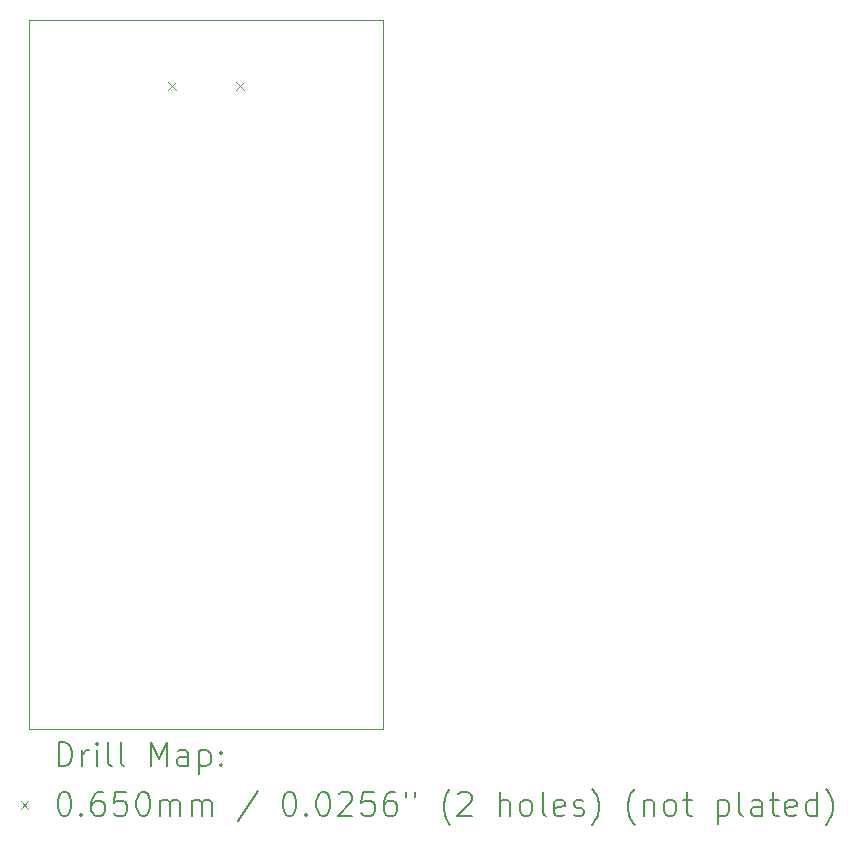
<source format=gbr>
%TF.GenerationSoftware,KiCad,Pcbnew,(6.0.9)*%
%TF.CreationDate,2022-12-02T14:17:12-08:00*%
%TF.ProjectId,controller,636f6e74-726f-46c6-9c65-722e6b696361,1*%
%TF.SameCoordinates,Original*%
%TF.FileFunction,Drillmap*%
%TF.FilePolarity,Positive*%
%FSLAX45Y45*%
G04 Gerber Fmt 4.5, Leading zero omitted, Abs format (unit mm)*
G04 Created by KiCad (PCBNEW (6.0.9)) date 2022-12-02 14:17:12*
%MOMM*%
%LPD*%
G01*
G04 APERTURE LIST*
%ADD10C,0.100000*%
%ADD11C,0.200000*%
%ADD12C,0.065000*%
G04 APERTURE END LIST*
D10*
X11000000Y-7000000D02*
X14000000Y-7000000D01*
X14000000Y-7000000D02*
X14000000Y-13000000D01*
X14000000Y-13000000D02*
X11000000Y-13000000D01*
X11000000Y-13000000D02*
X11000000Y-7000000D01*
D11*
D12*
X12178500Y-7527500D02*
X12243500Y-7592500D01*
X12243500Y-7527500D02*
X12178500Y-7592500D01*
X12756500Y-7527500D02*
X12821500Y-7592500D01*
X12821500Y-7527500D02*
X12756500Y-7592500D01*
D11*
X11252619Y-13315476D02*
X11252619Y-13115476D01*
X11300238Y-13115476D01*
X11328809Y-13125000D01*
X11347857Y-13144048D01*
X11357381Y-13163095D01*
X11366905Y-13201190D01*
X11366905Y-13229762D01*
X11357381Y-13267857D01*
X11347857Y-13286905D01*
X11328809Y-13305952D01*
X11300238Y-13315476D01*
X11252619Y-13315476D01*
X11452619Y-13315476D02*
X11452619Y-13182143D01*
X11452619Y-13220238D02*
X11462143Y-13201190D01*
X11471667Y-13191667D01*
X11490714Y-13182143D01*
X11509762Y-13182143D01*
X11576428Y-13315476D02*
X11576428Y-13182143D01*
X11576428Y-13115476D02*
X11566905Y-13125000D01*
X11576428Y-13134524D01*
X11585952Y-13125000D01*
X11576428Y-13115476D01*
X11576428Y-13134524D01*
X11700238Y-13315476D02*
X11681190Y-13305952D01*
X11671667Y-13286905D01*
X11671667Y-13115476D01*
X11805000Y-13315476D02*
X11785952Y-13305952D01*
X11776428Y-13286905D01*
X11776428Y-13115476D01*
X12033571Y-13315476D02*
X12033571Y-13115476D01*
X12100238Y-13258333D01*
X12166905Y-13115476D01*
X12166905Y-13315476D01*
X12347857Y-13315476D02*
X12347857Y-13210714D01*
X12338333Y-13191667D01*
X12319286Y-13182143D01*
X12281190Y-13182143D01*
X12262143Y-13191667D01*
X12347857Y-13305952D02*
X12328809Y-13315476D01*
X12281190Y-13315476D01*
X12262143Y-13305952D01*
X12252619Y-13286905D01*
X12252619Y-13267857D01*
X12262143Y-13248809D01*
X12281190Y-13239286D01*
X12328809Y-13239286D01*
X12347857Y-13229762D01*
X12443095Y-13182143D02*
X12443095Y-13382143D01*
X12443095Y-13191667D02*
X12462143Y-13182143D01*
X12500238Y-13182143D01*
X12519286Y-13191667D01*
X12528809Y-13201190D01*
X12538333Y-13220238D01*
X12538333Y-13277381D01*
X12528809Y-13296428D01*
X12519286Y-13305952D01*
X12500238Y-13315476D01*
X12462143Y-13315476D01*
X12443095Y-13305952D01*
X12624048Y-13296428D02*
X12633571Y-13305952D01*
X12624048Y-13315476D01*
X12614524Y-13305952D01*
X12624048Y-13296428D01*
X12624048Y-13315476D01*
X12624048Y-13191667D02*
X12633571Y-13201190D01*
X12624048Y-13210714D01*
X12614524Y-13201190D01*
X12624048Y-13191667D01*
X12624048Y-13210714D01*
D12*
X10930000Y-13612500D02*
X10995000Y-13677500D01*
X10995000Y-13612500D02*
X10930000Y-13677500D01*
D11*
X11290714Y-13535476D02*
X11309762Y-13535476D01*
X11328809Y-13545000D01*
X11338333Y-13554524D01*
X11347857Y-13573571D01*
X11357381Y-13611667D01*
X11357381Y-13659286D01*
X11347857Y-13697381D01*
X11338333Y-13716428D01*
X11328809Y-13725952D01*
X11309762Y-13735476D01*
X11290714Y-13735476D01*
X11271667Y-13725952D01*
X11262143Y-13716428D01*
X11252619Y-13697381D01*
X11243095Y-13659286D01*
X11243095Y-13611667D01*
X11252619Y-13573571D01*
X11262143Y-13554524D01*
X11271667Y-13545000D01*
X11290714Y-13535476D01*
X11443095Y-13716428D02*
X11452619Y-13725952D01*
X11443095Y-13735476D01*
X11433571Y-13725952D01*
X11443095Y-13716428D01*
X11443095Y-13735476D01*
X11624048Y-13535476D02*
X11585952Y-13535476D01*
X11566905Y-13545000D01*
X11557381Y-13554524D01*
X11538333Y-13583095D01*
X11528809Y-13621190D01*
X11528809Y-13697381D01*
X11538333Y-13716428D01*
X11547857Y-13725952D01*
X11566905Y-13735476D01*
X11605000Y-13735476D01*
X11624048Y-13725952D01*
X11633571Y-13716428D01*
X11643095Y-13697381D01*
X11643095Y-13649762D01*
X11633571Y-13630714D01*
X11624048Y-13621190D01*
X11605000Y-13611667D01*
X11566905Y-13611667D01*
X11547857Y-13621190D01*
X11538333Y-13630714D01*
X11528809Y-13649762D01*
X11824048Y-13535476D02*
X11728809Y-13535476D01*
X11719286Y-13630714D01*
X11728809Y-13621190D01*
X11747857Y-13611667D01*
X11795476Y-13611667D01*
X11814524Y-13621190D01*
X11824048Y-13630714D01*
X11833571Y-13649762D01*
X11833571Y-13697381D01*
X11824048Y-13716428D01*
X11814524Y-13725952D01*
X11795476Y-13735476D01*
X11747857Y-13735476D01*
X11728809Y-13725952D01*
X11719286Y-13716428D01*
X11957381Y-13535476D02*
X11976428Y-13535476D01*
X11995476Y-13545000D01*
X12005000Y-13554524D01*
X12014524Y-13573571D01*
X12024048Y-13611667D01*
X12024048Y-13659286D01*
X12014524Y-13697381D01*
X12005000Y-13716428D01*
X11995476Y-13725952D01*
X11976428Y-13735476D01*
X11957381Y-13735476D01*
X11938333Y-13725952D01*
X11928809Y-13716428D01*
X11919286Y-13697381D01*
X11909762Y-13659286D01*
X11909762Y-13611667D01*
X11919286Y-13573571D01*
X11928809Y-13554524D01*
X11938333Y-13545000D01*
X11957381Y-13535476D01*
X12109762Y-13735476D02*
X12109762Y-13602143D01*
X12109762Y-13621190D02*
X12119286Y-13611667D01*
X12138333Y-13602143D01*
X12166905Y-13602143D01*
X12185952Y-13611667D01*
X12195476Y-13630714D01*
X12195476Y-13735476D01*
X12195476Y-13630714D02*
X12205000Y-13611667D01*
X12224048Y-13602143D01*
X12252619Y-13602143D01*
X12271667Y-13611667D01*
X12281190Y-13630714D01*
X12281190Y-13735476D01*
X12376428Y-13735476D02*
X12376428Y-13602143D01*
X12376428Y-13621190D02*
X12385952Y-13611667D01*
X12405000Y-13602143D01*
X12433571Y-13602143D01*
X12452619Y-13611667D01*
X12462143Y-13630714D01*
X12462143Y-13735476D01*
X12462143Y-13630714D02*
X12471667Y-13611667D01*
X12490714Y-13602143D01*
X12519286Y-13602143D01*
X12538333Y-13611667D01*
X12547857Y-13630714D01*
X12547857Y-13735476D01*
X12938333Y-13525952D02*
X12766905Y-13783095D01*
X13195476Y-13535476D02*
X13214524Y-13535476D01*
X13233571Y-13545000D01*
X13243095Y-13554524D01*
X13252619Y-13573571D01*
X13262143Y-13611667D01*
X13262143Y-13659286D01*
X13252619Y-13697381D01*
X13243095Y-13716428D01*
X13233571Y-13725952D01*
X13214524Y-13735476D01*
X13195476Y-13735476D01*
X13176428Y-13725952D01*
X13166905Y-13716428D01*
X13157381Y-13697381D01*
X13147857Y-13659286D01*
X13147857Y-13611667D01*
X13157381Y-13573571D01*
X13166905Y-13554524D01*
X13176428Y-13545000D01*
X13195476Y-13535476D01*
X13347857Y-13716428D02*
X13357381Y-13725952D01*
X13347857Y-13735476D01*
X13338333Y-13725952D01*
X13347857Y-13716428D01*
X13347857Y-13735476D01*
X13481190Y-13535476D02*
X13500238Y-13535476D01*
X13519286Y-13545000D01*
X13528809Y-13554524D01*
X13538333Y-13573571D01*
X13547857Y-13611667D01*
X13547857Y-13659286D01*
X13538333Y-13697381D01*
X13528809Y-13716428D01*
X13519286Y-13725952D01*
X13500238Y-13735476D01*
X13481190Y-13735476D01*
X13462143Y-13725952D01*
X13452619Y-13716428D01*
X13443095Y-13697381D01*
X13433571Y-13659286D01*
X13433571Y-13611667D01*
X13443095Y-13573571D01*
X13452619Y-13554524D01*
X13462143Y-13545000D01*
X13481190Y-13535476D01*
X13624048Y-13554524D02*
X13633571Y-13545000D01*
X13652619Y-13535476D01*
X13700238Y-13535476D01*
X13719286Y-13545000D01*
X13728809Y-13554524D01*
X13738333Y-13573571D01*
X13738333Y-13592619D01*
X13728809Y-13621190D01*
X13614524Y-13735476D01*
X13738333Y-13735476D01*
X13919286Y-13535476D02*
X13824048Y-13535476D01*
X13814524Y-13630714D01*
X13824048Y-13621190D01*
X13843095Y-13611667D01*
X13890714Y-13611667D01*
X13909762Y-13621190D01*
X13919286Y-13630714D01*
X13928809Y-13649762D01*
X13928809Y-13697381D01*
X13919286Y-13716428D01*
X13909762Y-13725952D01*
X13890714Y-13735476D01*
X13843095Y-13735476D01*
X13824048Y-13725952D01*
X13814524Y-13716428D01*
X14100238Y-13535476D02*
X14062143Y-13535476D01*
X14043095Y-13545000D01*
X14033571Y-13554524D01*
X14014524Y-13583095D01*
X14005000Y-13621190D01*
X14005000Y-13697381D01*
X14014524Y-13716428D01*
X14024048Y-13725952D01*
X14043095Y-13735476D01*
X14081190Y-13735476D01*
X14100238Y-13725952D01*
X14109762Y-13716428D01*
X14119286Y-13697381D01*
X14119286Y-13649762D01*
X14109762Y-13630714D01*
X14100238Y-13621190D01*
X14081190Y-13611667D01*
X14043095Y-13611667D01*
X14024048Y-13621190D01*
X14014524Y-13630714D01*
X14005000Y-13649762D01*
X14195476Y-13535476D02*
X14195476Y-13573571D01*
X14271667Y-13535476D02*
X14271667Y-13573571D01*
X14566905Y-13811667D02*
X14557381Y-13802143D01*
X14538333Y-13773571D01*
X14528809Y-13754524D01*
X14519286Y-13725952D01*
X14509762Y-13678333D01*
X14509762Y-13640238D01*
X14519286Y-13592619D01*
X14528809Y-13564048D01*
X14538333Y-13545000D01*
X14557381Y-13516428D01*
X14566905Y-13506905D01*
X14633571Y-13554524D02*
X14643095Y-13545000D01*
X14662143Y-13535476D01*
X14709762Y-13535476D01*
X14728809Y-13545000D01*
X14738333Y-13554524D01*
X14747857Y-13573571D01*
X14747857Y-13592619D01*
X14738333Y-13621190D01*
X14624048Y-13735476D01*
X14747857Y-13735476D01*
X14985952Y-13735476D02*
X14985952Y-13535476D01*
X15071667Y-13735476D02*
X15071667Y-13630714D01*
X15062143Y-13611667D01*
X15043095Y-13602143D01*
X15014524Y-13602143D01*
X14995476Y-13611667D01*
X14985952Y-13621190D01*
X15195476Y-13735476D02*
X15176428Y-13725952D01*
X15166905Y-13716428D01*
X15157381Y-13697381D01*
X15157381Y-13640238D01*
X15166905Y-13621190D01*
X15176428Y-13611667D01*
X15195476Y-13602143D01*
X15224048Y-13602143D01*
X15243095Y-13611667D01*
X15252619Y-13621190D01*
X15262143Y-13640238D01*
X15262143Y-13697381D01*
X15252619Y-13716428D01*
X15243095Y-13725952D01*
X15224048Y-13735476D01*
X15195476Y-13735476D01*
X15376428Y-13735476D02*
X15357381Y-13725952D01*
X15347857Y-13706905D01*
X15347857Y-13535476D01*
X15528809Y-13725952D02*
X15509762Y-13735476D01*
X15471667Y-13735476D01*
X15452619Y-13725952D01*
X15443095Y-13706905D01*
X15443095Y-13630714D01*
X15452619Y-13611667D01*
X15471667Y-13602143D01*
X15509762Y-13602143D01*
X15528809Y-13611667D01*
X15538333Y-13630714D01*
X15538333Y-13649762D01*
X15443095Y-13668809D01*
X15614524Y-13725952D02*
X15633571Y-13735476D01*
X15671667Y-13735476D01*
X15690714Y-13725952D01*
X15700238Y-13706905D01*
X15700238Y-13697381D01*
X15690714Y-13678333D01*
X15671667Y-13668809D01*
X15643095Y-13668809D01*
X15624048Y-13659286D01*
X15614524Y-13640238D01*
X15614524Y-13630714D01*
X15624048Y-13611667D01*
X15643095Y-13602143D01*
X15671667Y-13602143D01*
X15690714Y-13611667D01*
X15766905Y-13811667D02*
X15776428Y-13802143D01*
X15795476Y-13773571D01*
X15805000Y-13754524D01*
X15814524Y-13725952D01*
X15824048Y-13678333D01*
X15824048Y-13640238D01*
X15814524Y-13592619D01*
X15805000Y-13564048D01*
X15795476Y-13545000D01*
X15776428Y-13516428D01*
X15766905Y-13506905D01*
X16128809Y-13811667D02*
X16119286Y-13802143D01*
X16100238Y-13773571D01*
X16090714Y-13754524D01*
X16081190Y-13725952D01*
X16071667Y-13678333D01*
X16071667Y-13640238D01*
X16081190Y-13592619D01*
X16090714Y-13564048D01*
X16100238Y-13545000D01*
X16119286Y-13516428D01*
X16128809Y-13506905D01*
X16205000Y-13602143D02*
X16205000Y-13735476D01*
X16205000Y-13621190D02*
X16214524Y-13611667D01*
X16233571Y-13602143D01*
X16262143Y-13602143D01*
X16281190Y-13611667D01*
X16290714Y-13630714D01*
X16290714Y-13735476D01*
X16414524Y-13735476D02*
X16395476Y-13725952D01*
X16385952Y-13716428D01*
X16376428Y-13697381D01*
X16376428Y-13640238D01*
X16385952Y-13621190D01*
X16395476Y-13611667D01*
X16414524Y-13602143D01*
X16443095Y-13602143D01*
X16462143Y-13611667D01*
X16471667Y-13621190D01*
X16481190Y-13640238D01*
X16481190Y-13697381D01*
X16471667Y-13716428D01*
X16462143Y-13725952D01*
X16443095Y-13735476D01*
X16414524Y-13735476D01*
X16538333Y-13602143D02*
X16614524Y-13602143D01*
X16566905Y-13535476D02*
X16566905Y-13706905D01*
X16576428Y-13725952D01*
X16595476Y-13735476D01*
X16614524Y-13735476D01*
X16833571Y-13602143D02*
X16833571Y-13802143D01*
X16833571Y-13611667D02*
X16852619Y-13602143D01*
X16890714Y-13602143D01*
X16909762Y-13611667D01*
X16919286Y-13621190D01*
X16928810Y-13640238D01*
X16928810Y-13697381D01*
X16919286Y-13716428D01*
X16909762Y-13725952D01*
X16890714Y-13735476D01*
X16852619Y-13735476D01*
X16833571Y-13725952D01*
X17043095Y-13735476D02*
X17024048Y-13725952D01*
X17014524Y-13706905D01*
X17014524Y-13535476D01*
X17205000Y-13735476D02*
X17205000Y-13630714D01*
X17195476Y-13611667D01*
X17176429Y-13602143D01*
X17138333Y-13602143D01*
X17119286Y-13611667D01*
X17205000Y-13725952D02*
X17185952Y-13735476D01*
X17138333Y-13735476D01*
X17119286Y-13725952D01*
X17109762Y-13706905D01*
X17109762Y-13687857D01*
X17119286Y-13668809D01*
X17138333Y-13659286D01*
X17185952Y-13659286D01*
X17205000Y-13649762D01*
X17271667Y-13602143D02*
X17347857Y-13602143D01*
X17300238Y-13535476D02*
X17300238Y-13706905D01*
X17309762Y-13725952D01*
X17328810Y-13735476D01*
X17347857Y-13735476D01*
X17490714Y-13725952D02*
X17471667Y-13735476D01*
X17433571Y-13735476D01*
X17414524Y-13725952D01*
X17405000Y-13706905D01*
X17405000Y-13630714D01*
X17414524Y-13611667D01*
X17433571Y-13602143D01*
X17471667Y-13602143D01*
X17490714Y-13611667D01*
X17500238Y-13630714D01*
X17500238Y-13649762D01*
X17405000Y-13668809D01*
X17671667Y-13735476D02*
X17671667Y-13535476D01*
X17671667Y-13725952D02*
X17652619Y-13735476D01*
X17614524Y-13735476D01*
X17595476Y-13725952D01*
X17585952Y-13716428D01*
X17576429Y-13697381D01*
X17576429Y-13640238D01*
X17585952Y-13621190D01*
X17595476Y-13611667D01*
X17614524Y-13602143D01*
X17652619Y-13602143D01*
X17671667Y-13611667D01*
X17747857Y-13811667D02*
X17757381Y-13802143D01*
X17776429Y-13773571D01*
X17785952Y-13754524D01*
X17795476Y-13725952D01*
X17805000Y-13678333D01*
X17805000Y-13640238D01*
X17795476Y-13592619D01*
X17785952Y-13564048D01*
X17776429Y-13545000D01*
X17757381Y-13516428D01*
X17747857Y-13506905D01*
M02*

</source>
